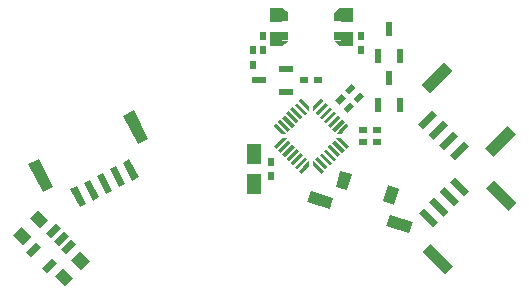
<source format=gbr>
G04 #@! TF.FileFunction,Paste,Bot*
%FSLAX46Y46*%
G04 Gerber Fmt 4.6, Leading zero omitted, Abs format (unit mm)*
G04 Created by KiCad (PCBNEW 4.0.7-e2-6376~58~ubuntu14.04.1) date Wed May 23 17:45:24 2018*
%MOMM*%
%LPD*%
G01*
G04 APERTURE LIST*
%ADD10C,0.100000*%
%ADD11R,1.600000X0.800000*%
%ADD12R,1.000000X1.200000*%
%ADD13R,0.500000X0.800000*%
%ADD14R,1.250000X1.800000*%
%ADD15R,1.200000X0.600000*%
%ADD16R,0.600000X1.200000*%
%ADD17R,0.800000X0.500000*%
G04 APERTURE END LIST*
D10*
G36*
X109114975Y-83659163D02*
X108343191Y-82144452D01*
X108877795Y-81872057D01*
X109649579Y-83386768D01*
X109114975Y-83659163D01*
X109114975Y-83659163D01*
G37*
G36*
X110228733Y-83091675D02*
X109456949Y-81576964D01*
X109991553Y-81304569D01*
X110763337Y-82819280D01*
X110228733Y-83091675D01*
X110228733Y-83091675D01*
G37*
G36*
X108001217Y-84226652D02*
X107229433Y-82711941D01*
X107764037Y-82439546D01*
X108535821Y-83954257D01*
X108001217Y-84226652D01*
X108001217Y-84226652D01*
G37*
G36*
X106887458Y-84794140D02*
X106115674Y-83279429D01*
X106650278Y-83007034D01*
X107422062Y-84521745D01*
X106887458Y-84794140D01*
X106887458Y-84794140D01*
G37*
G36*
X111788627Y-79434937D02*
X110562853Y-77029219D01*
X111453859Y-76575229D01*
X112679633Y-78980947D01*
X111788627Y-79434937D01*
X111788627Y-79434937D01*
G37*
G36*
X103769568Y-83520852D02*
X102543794Y-81115134D01*
X103434800Y-80661144D01*
X104660574Y-83066862D01*
X103769568Y-83520852D01*
X103769568Y-83520852D01*
G37*
G36*
X111877095Y-82251792D02*
X111342491Y-82524187D01*
X110570707Y-81009476D01*
X111105311Y-80737081D01*
X111877095Y-82251792D01*
X111877095Y-82251792D01*
G37*
D11*
X129200000Y-70300000D03*
X129200000Y-68700000D03*
X123800000Y-70300000D03*
X123800000Y-68700000D03*
D12*
X123500000Y-70500000D03*
X123500000Y-68500000D03*
X129500000Y-70500000D03*
X129500000Y-68500000D03*
D10*
G36*
X123950000Y-71100000D02*
X123400000Y-70700000D01*
X124600000Y-70700000D01*
X124050000Y-71100000D01*
X123950000Y-71100000D01*
X123950000Y-71100000D01*
G37*
G36*
X124050000Y-67900000D02*
X124600000Y-68300000D01*
X123400000Y-68300000D01*
X123950000Y-67900000D01*
X124050000Y-67900000D01*
X124050000Y-67900000D01*
G37*
G36*
X128950000Y-71100000D02*
X128400000Y-70700000D01*
X129600000Y-70700000D01*
X129050000Y-71100000D01*
X128950000Y-71100000D01*
X128950000Y-71100000D01*
G37*
G36*
X129050000Y-67900000D02*
X129600000Y-68300000D01*
X128400000Y-68300000D01*
X128950000Y-67900000D01*
X129050000Y-67900000D01*
X129050000Y-67900000D01*
G37*
G36*
X103386396Y-85015076D02*
X104234924Y-85863604D01*
X103527818Y-86570710D01*
X102679290Y-85722182D01*
X103386396Y-85015076D01*
X103386396Y-85015076D01*
G37*
G36*
X101972182Y-86429290D02*
X102820710Y-87277818D01*
X102113604Y-87984924D01*
X101265076Y-87136396D01*
X101972182Y-86429290D01*
X101972182Y-86429290D01*
G37*
D13*
X123070000Y-80940000D03*
X123070000Y-82140000D03*
D10*
G36*
X105613604Y-91484924D02*
X104765076Y-90636396D01*
X105472182Y-89929290D01*
X106320710Y-90777818D01*
X105613604Y-91484924D01*
X105613604Y-91484924D01*
G37*
G36*
X107027818Y-90070710D02*
X106179290Y-89222182D01*
X106886396Y-88515076D01*
X107734924Y-89363604D01*
X107027818Y-90070710D01*
X107027818Y-90070710D01*
G37*
G36*
X129569670Y-76783883D02*
X129216117Y-76430330D01*
X129781802Y-75864645D01*
X130135355Y-76218198D01*
X129569670Y-76783883D01*
X129569670Y-76783883D01*
G37*
G36*
X130418198Y-75935355D02*
X130064645Y-75581802D01*
X130630330Y-75016117D01*
X130983883Y-75369670D01*
X130418198Y-75935355D01*
X130418198Y-75935355D01*
G37*
D13*
X121600000Y-71500000D03*
X121600000Y-72700000D03*
X122400000Y-70300000D03*
X122400000Y-71500000D03*
X130700000Y-70300000D03*
X130700000Y-71500000D03*
D10*
G36*
X105949569Y-87224695D02*
X105101041Y-88073223D01*
X104676777Y-87648959D01*
X105525305Y-86800431D01*
X105949569Y-87224695D01*
X105949569Y-87224695D01*
G37*
G36*
X105277817Y-86552944D02*
X104429289Y-87401472D01*
X104005025Y-86977208D01*
X104853553Y-86128680D01*
X105277817Y-86552944D01*
X105277817Y-86552944D01*
G37*
G36*
X106621320Y-87896447D02*
X105772792Y-88744975D01*
X105348528Y-88320711D01*
X106197056Y-87472183D01*
X106621320Y-87896447D01*
X106621320Y-87896447D01*
G37*
G36*
X104994975Y-89522792D02*
X104146447Y-90371320D01*
X103722183Y-89947056D01*
X104570711Y-89098528D01*
X104994975Y-89522792D01*
X104994975Y-89522792D01*
G37*
G36*
X103651472Y-88179289D02*
X102802944Y-89027817D01*
X102378680Y-88603553D01*
X103227208Y-87755025D01*
X103651472Y-88179289D01*
X103651472Y-88179289D01*
G37*
G36*
X129930330Y-74316117D02*
X130283883Y-74669670D01*
X129718198Y-75235355D01*
X129364645Y-74881802D01*
X129930330Y-74316117D01*
X129930330Y-74316117D01*
G37*
G36*
X129081802Y-75164645D02*
X129435355Y-75518198D01*
X128869670Y-76083883D01*
X128516117Y-75730330D01*
X129081802Y-75164645D01*
X129081802Y-75164645D01*
G37*
G36*
X127560660Y-75780152D02*
X126924264Y-76416548D01*
X126712132Y-76204416D01*
X127348528Y-75568020D01*
X127560660Y-75780152D01*
X127560660Y-75780152D01*
G37*
G36*
X127914213Y-76133705D02*
X127065685Y-76982233D01*
X126853553Y-76770101D01*
X127702081Y-75921573D01*
X127914213Y-76133705D01*
X127914213Y-76133705D01*
G37*
G36*
X128267767Y-76487258D02*
X127419239Y-77335786D01*
X127207107Y-77123654D01*
X128055635Y-76275126D01*
X128267767Y-76487258D01*
X128267767Y-76487258D01*
G37*
G36*
X128621320Y-76840812D02*
X127772792Y-77689340D01*
X127560660Y-77477208D01*
X128409188Y-76628680D01*
X128621320Y-76840812D01*
X128621320Y-76840812D01*
G37*
G36*
X128974874Y-77194365D02*
X128126346Y-78042893D01*
X127914214Y-77830761D01*
X128762742Y-76982233D01*
X128974874Y-77194365D01*
X128974874Y-77194365D01*
G37*
G36*
X129328427Y-77547919D02*
X128479899Y-78396447D01*
X128267767Y-78184315D01*
X129116295Y-77335787D01*
X129328427Y-77547919D01*
X129328427Y-77547919D01*
G37*
G36*
X129681980Y-77901472D02*
X129045584Y-78537868D01*
X128833452Y-78325736D01*
X129469848Y-77689340D01*
X129681980Y-77901472D01*
X129681980Y-77901472D01*
G37*
G36*
X129469848Y-79810660D02*
X128833452Y-79174264D01*
X129045584Y-78962132D01*
X129681980Y-79598528D01*
X129469848Y-79810660D01*
X129469848Y-79810660D01*
G37*
G36*
X129116295Y-80164213D02*
X128267767Y-79315685D01*
X128479899Y-79103553D01*
X129328427Y-79952081D01*
X129116295Y-80164213D01*
X129116295Y-80164213D01*
G37*
G36*
X128762742Y-80517767D02*
X127914214Y-79669239D01*
X128126346Y-79457107D01*
X128974874Y-80305635D01*
X128762742Y-80517767D01*
X128762742Y-80517767D01*
G37*
G36*
X128409188Y-80871320D02*
X127560660Y-80022792D01*
X127772792Y-79810660D01*
X128621320Y-80659188D01*
X128409188Y-80871320D01*
X128409188Y-80871320D01*
G37*
G36*
X128055635Y-81224874D02*
X127207107Y-80376346D01*
X127419239Y-80164214D01*
X128267767Y-81012742D01*
X128055635Y-81224874D01*
X128055635Y-81224874D01*
G37*
G36*
X127702081Y-81578427D02*
X126853553Y-80729899D01*
X127065685Y-80517767D01*
X127914213Y-81366295D01*
X127702081Y-81578427D01*
X127702081Y-81578427D01*
G37*
G36*
X127348528Y-81931980D02*
X126712132Y-81295584D01*
X126924264Y-81083452D01*
X127560660Y-81719848D01*
X127348528Y-81931980D01*
X127348528Y-81931980D01*
G37*
G36*
X126287868Y-81295584D02*
X125651472Y-81931980D01*
X125439340Y-81719848D01*
X126075736Y-81083452D01*
X126287868Y-81295584D01*
X126287868Y-81295584D01*
G37*
G36*
X126146447Y-80729899D02*
X125297919Y-81578427D01*
X125085787Y-81366295D01*
X125934315Y-80517767D01*
X126146447Y-80729899D01*
X126146447Y-80729899D01*
G37*
G36*
X125792893Y-80376346D02*
X124944365Y-81224874D01*
X124732233Y-81012742D01*
X125580761Y-80164214D01*
X125792893Y-80376346D01*
X125792893Y-80376346D01*
G37*
G36*
X125439340Y-80022792D02*
X124590812Y-80871320D01*
X124378680Y-80659188D01*
X125227208Y-79810660D01*
X125439340Y-80022792D01*
X125439340Y-80022792D01*
G37*
G36*
X125085786Y-79669239D02*
X124237258Y-80517767D01*
X124025126Y-80305635D01*
X124873654Y-79457107D01*
X125085786Y-79669239D01*
X125085786Y-79669239D01*
G37*
G36*
X124732233Y-79315685D02*
X123883705Y-80164213D01*
X123671573Y-79952081D01*
X124520101Y-79103553D01*
X124732233Y-79315685D01*
X124732233Y-79315685D01*
G37*
G36*
X124166548Y-79174264D02*
X123530152Y-79810660D01*
X123318020Y-79598528D01*
X123954416Y-78962132D01*
X124166548Y-79174264D01*
X124166548Y-79174264D01*
G37*
G36*
X123954416Y-78537868D02*
X123318020Y-77901472D01*
X123530152Y-77689340D01*
X124166548Y-78325736D01*
X123954416Y-78537868D01*
X123954416Y-78537868D01*
G37*
G36*
X124520101Y-78396447D02*
X123671573Y-77547919D01*
X123883705Y-77335787D01*
X124732233Y-78184315D01*
X124520101Y-78396447D01*
X124520101Y-78396447D01*
G37*
G36*
X124873654Y-78042893D02*
X124025126Y-77194365D01*
X124237258Y-76982233D01*
X125085786Y-77830761D01*
X124873654Y-78042893D01*
X124873654Y-78042893D01*
G37*
G36*
X125227208Y-77689340D02*
X124378680Y-76840812D01*
X124590812Y-76628680D01*
X125439340Y-77477208D01*
X125227208Y-77689340D01*
X125227208Y-77689340D01*
G37*
G36*
X125580761Y-77335786D02*
X124732233Y-76487258D01*
X124944365Y-76275126D01*
X125792893Y-77123654D01*
X125580761Y-77335786D01*
X125580761Y-77335786D01*
G37*
G36*
X125934315Y-76982233D02*
X125085787Y-76133705D01*
X125297919Y-75921573D01*
X126146447Y-76770101D01*
X125934315Y-76982233D01*
X125934315Y-76982233D01*
G37*
G36*
X126075736Y-76416548D02*
X125439340Y-75780152D01*
X125651472Y-75568020D01*
X126287868Y-76204416D01*
X126075736Y-76416548D01*
X126075736Y-76416548D01*
G37*
G36*
X127242462Y-76098349D02*
X126676776Y-76664035D01*
X126676776Y-76239771D01*
X126818198Y-76098349D01*
X127242462Y-76098349D01*
X127242462Y-76098349D01*
G37*
G36*
X126323224Y-76664035D02*
X125757538Y-76098349D01*
X126181802Y-76098349D01*
X126323224Y-76239771D01*
X126323224Y-76664035D01*
X126323224Y-76664035D01*
G37*
G36*
X126676776Y-80835965D02*
X127242462Y-81401651D01*
X126818198Y-81401651D01*
X126676776Y-81260229D01*
X126676776Y-80835965D01*
X126676776Y-80835965D01*
G37*
G36*
X125757538Y-81401651D02*
X126323224Y-80835965D01*
X126323224Y-81260229D01*
X126181802Y-81401651D01*
X125757538Y-81401651D01*
X125757538Y-81401651D01*
G37*
G36*
X128585965Y-78573224D02*
X129151651Y-78007538D01*
X129151651Y-78431802D01*
X129010229Y-78573224D01*
X128585965Y-78573224D01*
X128585965Y-78573224D01*
G37*
G36*
X129151651Y-79492462D02*
X128585965Y-78926776D01*
X129010229Y-78926776D01*
X129151651Y-79068198D01*
X129151651Y-79492462D01*
X129151651Y-79492462D01*
G37*
G36*
X124414035Y-78926776D02*
X123848349Y-79492462D01*
X123848349Y-79068198D01*
X123989771Y-78926776D01*
X124414035Y-78926776D01*
X124414035Y-78926776D01*
G37*
G36*
X123848349Y-78007538D02*
X124414035Y-78573224D01*
X123989771Y-78573224D01*
X123848349Y-78431802D01*
X123848349Y-78007538D01*
X123848349Y-78007538D01*
G37*
G36*
X133943806Y-83232264D02*
X133534485Y-84571090D01*
X132578180Y-84278718D01*
X132987501Y-82939892D01*
X133943806Y-83232264D01*
X133943806Y-83232264D01*
G37*
G36*
X129927326Y-82004303D02*
X129518005Y-83343129D01*
X128561700Y-83050757D01*
X128971021Y-81711931D01*
X129927326Y-82004303D01*
X129927326Y-82004303D01*
G37*
G36*
X135073712Y-86035086D02*
X134781340Y-86991391D01*
X132868730Y-86406648D01*
X133161102Y-85450343D01*
X135073712Y-86035086D01*
X135073712Y-86035086D01*
G37*
G36*
X128379578Y-83988484D02*
X128087206Y-84944789D01*
X126174596Y-84360046D01*
X126466968Y-83403741D01*
X128379578Y-83988484D01*
X128379578Y-83988484D01*
G37*
G36*
X136892068Y-83951687D02*
X138094150Y-85153769D01*
X137669886Y-85578033D01*
X136467804Y-84375951D01*
X136892068Y-83951687D01*
X136892068Y-83951687D01*
G37*
G36*
X136008184Y-84835571D02*
X137210266Y-86037653D01*
X136786002Y-86461917D01*
X135583920Y-85259835D01*
X136008184Y-84835571D01*
X136008184Y-84835571D01*
G37*
G36*
X137775951Y-83067804D02*
X138978033Y-84269886D01*
X138553769Y-84694150D01*
X137351687Y-83492068D01*
X137775951Y-83067804D01*
X137775951Y-83067804D01*
G37*
G36*
X138659835Y-82183920D02*
X139861917Y-83386002D01*
X139437653Y-83810266D01*
X138235571Y-82608184D01*
X138659835Y-82183920D01*
X138659835Y-82183920D01*
G37*
G36*
X136591547Y-87858452D02*
X138500736Y-89767641D01*
X137793629Y-90474748D01*
X135884440Y-88565559D01*
X136591547Y-87858452D01*
X136591547Y-87858452D01*
G37*
G36*
X141965559Y-82484440D02*
X143874748Y-84393629D01*
X143167641Y-85100736D01*
X141258452Y-83191547D01*
X141965559Y-82484440D01*
X141965559Y-82484440D01*
G37*
G36*
X137326687Y-79507932D02*
X138528769Y-78305850D01*
X138953033Y-78730114D01*
X137750951Y-79932196D01*
X137326687Y-79507932D01*
X137326687Y-79507932D01*
G37*
G36*
X138210571Y-80391816D02*
X139412653Y-79189734D01*
X139836917Y-79613998D01*
X138634835Y-80816080D01*
X138210571Y-80391816D01*
X138210571Y-80391816D01*
G37*
G36*
X136442804Y-78624049D02*
X137644886Y-77421967D01*
X138069150Y-77846231D01*
X136867068Y-79048313D01*
X136442804Y-78624049D01*
X136442804Y-78624049D01*
G37*
G36*
X135558920Y-77740165D02*
X136761002Y-76538083D01*
X137185266Y-76962347D01*
X135983184Y-78164429D01*
X135558920Y-77740165D01*
X135558920Y-77740165D01*
G37*
G36*
X141233452Y-79808453D02*
X143142641Y-77899264D01*
X143849748Y-78606371D01*
X141940559Y-80515560D01*
X141233452Y-79808453D01*
X141233452Y-79808453D01*
G37*
G36*
X135859440Y-74434441D02*
X137768629Y-72525252D01*
X138475736Y-73232359D01*
X136566547Y-75141548D01*
X135859440Y-74434441D01*
X135859440Y-74434441D01*
G37*
D14*
X121670000Y-80240000D03*
X121670000Y-82840000D03*
D15*
X122050000Y-74050000D03*
X124350000Y-73100000D03*
X124350000Y-75000000D03*
D16*
X133100000Y-73800000D03*
X134050000Y-76100000D03*
X132150000Y-76100000D03*
X133100000Y-69700000D03*
X134050000Y-72000000D03*
X132150000Y-72000000D03*
D17*
X125900000Y-74050000D03*
X127100000Y-74050000D03*
X132100000Y-78250000D03*
X130900000Y-78250000D03*
X132100000Y-79250000D03*
X130900000Y-79250000D03*
M02*

</source>
